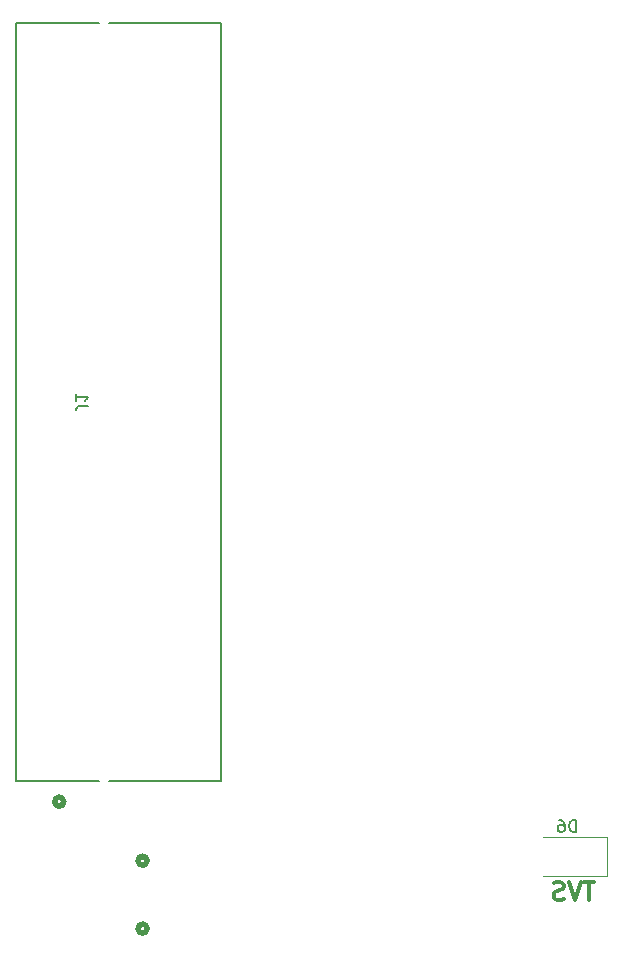
<source format=gbr>
%TF.GenerationSoftware,KiCad,Pcbnew,(6.0.0)*%
%TF.CreationDate,2024-05-04T22:15:16-04:00*%
%TF.ProjectId,Impedance_Analyzer_V4,496d7065-6461-46e6-9365-5f416e616c79,rev?*%
%TF.SameCoordinates,Original*%
%TF.FileFunction,Legend,Bot*%
%TF.FilePolarity,Positive*%
%FSLAX46Y46*%
G04 Gerber Fmt 4.6, Leading zero omitted, Abs format (unit mm)*
G04 Created by KiCad (PCBNEW (6.0.0)) date 2024-05-04 22:15:16*
%MOMM*%
%LPD*%
G01*
G04 APERTURE LIST*
%ADD10C,0.300000*%
%ADD11C,0.150000*%
%ADD12C,0.152400*%
%ADD13C,0.508000*%
%ADD14C,0.120000*%
G04 APERTURE END LIST*
D10*
X119285714Y-129678571D02*
X118428571Y-129678571D01*
X118857142Y-131178571D02*
X118857142Y-129678571D01*
X118142857Y-129678571D02*
X117642857Y-131178571D01*
X117142857Y-129678571D01*
X116714285Y-131107142D02*
X116500000Y-131178571D01*
X116142857Y-131178571D01*
X116000000Y-131107142D01*
X115928571Y-131035714D01*
X115857142Y-130892857D01*
X115857142Y-130750000D01*
X115928571Y-130607142D01*
X116000000Y-130535714D01*
X116142857Y-130464285D01*
X116428571Y-130392857D01*
X116571428Y-130321428D01*
X116642857Y-130250000D01*
X116714285Y-130107142D01*
X116714285Y-129964285D01*
X116642857Y-129821428D01*
X116571428Y-129750000D01*
X116428571Y-129678571D01*
X116071428Y-129678571D01*
X115857142Y-129750000D01*
D11*
%TO.C,J1*%
X76452619Y-89378333D02*
X75738333Y-89378333D01*
X75595476Y-89425952D01*
X75500238Y-89521190D01*
X75452619Y-89664047D01*
X75452619Y-89759285D01*
X75452619Y-88378333D02*
X75452619Y-88949761D01*
X75452619Y-88664047D02*
X76452619Y-88664047D01*
X76309761Y-88759285D01*
X76214523Y-88854523D01*
X76166904Y-88949761D01*
%TO.C,D6*%
X117738095Y-125452380D02*
X117738095Y-124452380D01*
X117500000Y-124452380D01*
X117357142Y-124500000D01*
X117261904Y-124595238D01*
X117214285Y-124690476D01*
X117166666Y-124880952D01*
X117166666Y-125023809D01*
X117214285Y-125214285D01*
X117261904Y-125309523D01*
X117357142Y-125404761D01*
X117500000Y-125452380D01*
X117738095Y-125452380D01*
X116309523Y-124452380D02*
X116500000Y-124452380D01*
X116595238Y-124500000D01*
X116642857Y-124547619D01*
X116738095Y-124690476D01*
X116785714Y-124880952D01*
X116785714Y-125261904D01*
X116738095Y-125357142D01*
X116690476Y-125404761D01*
X116595238Y-125452380D01*
X116404761Y-125452380D01*
X116309523Y-125404761D01*
X116261904Y-125357142D01*
X116214285Y-125261904D01*
X116214285Y-125023809D01*
X116261904Y-124928571D01*
X116309523Y-124880952D01*
X116404761Y-124833333D01*
X116595238Y-124833333D01*
X116690476Y-124880952D01*
X116738095Y-124928571D01*
X116785714Y-125023809D01*
D12*
%TO.C,J1*%
X87716000Y-121112500D02*
X78227913Y-121112500D01*
X70317000Y-56977500D02*
X77392087Y-56977500D01*
X78227913Y-56977500D02*
X87716000Y-56977500D01*
X87716000Y-56977500D02*
X87716000Y-121112500D01*
X70317000Y-121112500D02*
X70317000Y-56977500D01*
X77392087Y-121112500D02*
X70317000Y-121112500D01*
D13*
X74381000Y-122890500D02*
G75*
G03*
X74381000Y-122890500I-381000J0D01*
G01*
%TO.C,D15*%
X81436300Y-127887600D02*
G75*
G03*
X81436300Y-127887600I-381000J0D01*
G01*
%TO.C,D14*%
X81436300Y-133637600D02*
G75*
G03*
X81436300Y-133637600I-381000J0D01*
G01*
D14*
%TO.C,D6*%
X120400000Y-125850000D02*
X115000000Y-125850000D01*
X120400000Y-125850000D02*
X120400000Y-129150000D01*
X120400000Y-129150000D02*
X115000000Y-129150000D01*
%TD*%
M02*

</source>
